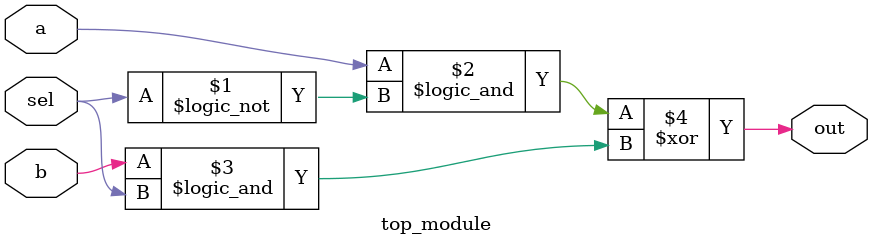
<source format=v>
/*

Create a one-bit wide, 2-to-1 multiplexer. When sel=0, choose a. When sel=1, choose b.

Expected solution length: Around 1 line.
*/



module top_module( 
    input a, b, sel,
    output out ); 

    assign out = (a && !sel) ^ (b && sel);

endmodule
</source>
